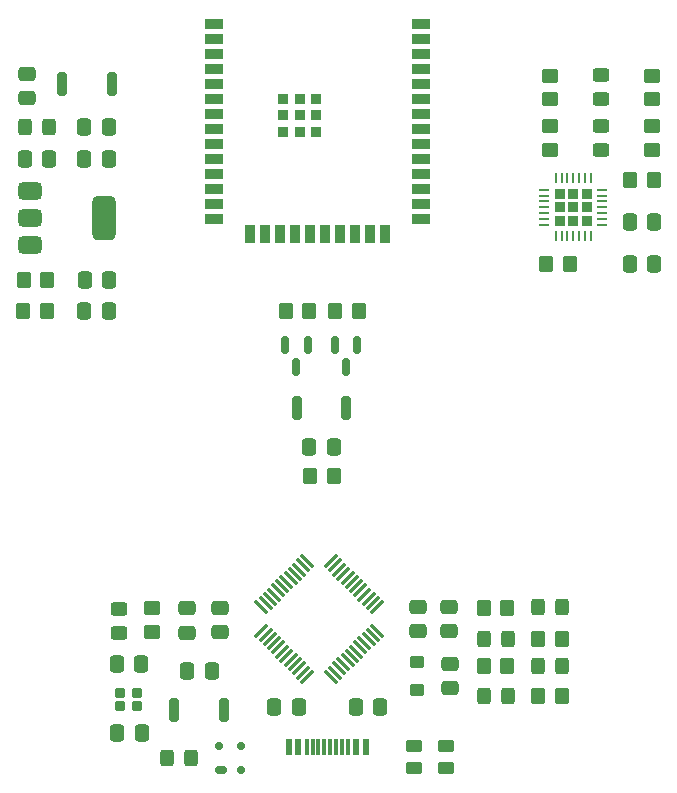
<source format=gbr>
%TF.GenerationSoftware,KiCad,Pcbnew,9.0.2*%
%TF.CreationDate,2025-08-29T22:08:23+05:30*%
%TF.ProjectId,4 SRA,34205352-412e-46b6-9963-61645f706362,rev?*%
%TF.SameCoordinates,Original*%
%TF.FileFunction,Paste,Top*%
%TF.FilePolarity,Positive*%
%FSLAX46Y46*%
G04 Gerber Fmt 4.6, Leading zero omitted, Abs format (unit mm)*
G04 Created by KiCad (PCBNEW 9.0.2) date 2025-08-29 22:08:23*
%MOMM*%
%LPD*%
G01*
G04 APERTURE LIST*
G04 Aperture macros list*
%AMRoundRect*
0 Rectangle with rounded corners*
0 $1 Rounding radius*
0 $2 $3 $4 $5 $6 $7 $8 $9 X,Y pos of 4 corners*
0 Add a 4 corners polygon primitive as box body*
4,1,4,$2,$3,$4,$5,$6,$7,$8,$9,$2,$3,0*
0 Add four circle primitives for the rounded corners*
1,1,$1+$1,$2,$3*
1,1,$1+$1,$4,$5*
1,1,$1+$1,$6,$7*
1,1,$1+$1,$8,$9*
0 Add four rect primitives between the rounded corners*
20,1,$1+$1,$2,$3,$4,$5,0*
20,1,$1+$1,$4,$5,$6,$7,0*
20,1,$1+$1,$6,$7,$8,$9,0*
20,1,$1+$1,$8,$9,$2,$3,0*%
G04 Aperture macros list end*
%ADD10RoundRect,0.250000X-0.350000X-0.450000X0.350000X-0.450000X0.350000X0.450000X-0.350000X0.450000X0*%
%ADD11RoundRect,0.250000X-0.450000X0.350000X-0.450000X-0.350000X0.450000X-0.350000X0.450000X0.350000X0*%
%ADD12RoundRect,0.250000X0.337500X0.475000X-0.337500X0.475000X-0.337500X-0.475000X0.337500X-0.475000X0*%
%ADD13RoundRect,0.250000X0.325000X0.450000X-0.325000X0.450000X-0.325000X-0.450000X0.325000X-0.450000X0*%
%ADD14RoundRect,0.250000X0.475000X-0.337500X0.475000X0.337500X-0.475000X0.337500X-0.475000X-0.337500X0*%
%ADD15RoundRect,0.250000X-0.337500X-0.475000X0.337500X-0.475000X0.337500X0.475000X-0.337500X0.475000X0*%
%ADD16RoundRect,0.200000X-0.200000X-0.800000X0.200000X-0.800000X0.200000X0.800000X-0.200000X0.800000X0*%
%ADD17RoundRect,0.250000X0.350000X0.450000X-0.350000X0.450000X-0.350000X-0.450000X0.350000X-0.450000X0*%
%ADD18RoundRect,0.250000X-0.475000X0.337500X-0.475000X-0.337500X0.475000X-0.337500X0.475000X0.337500X0*%
%ADD19RoundRect,0.250000X0.450000X-0.325000X0.450000X0.325000X-0.450000X0.325000X-0.450000X-0.325000X0*%
%ADD20RoundRect,0.250000X0.450000X-0.350000X0.450000X0.350000X-0.450000X0.350000X-0.450000X-0.350000X0*%
%ADD21RoundRect,0.225000X0.225000X-0.225000X0.225000X0.225000X-0.225000X0.225000X-0.225000X-0.225000X0*%
%ADD22RoundRect,0.062500X0.062500X-0.337500X0.062500X0.337500X-0.062500X0.337500X-0.062500X-0.337500X0*%
%ADD23RoundRect,0.062500X0.337500X-0.062500X0.337500X0.062500X-0.337500X0.062500X-0.337500X-0.062500X0*%
%ADD24RoundRect,0.150000X-0.150000X0.587500X-0.150000X-0.587500X0.150000X-0.587500X0.150000X0.587500X0*%
%ADD25RoundRect,0.250000X-0.325000X-0.450000X0.325000X-0.450000X0.325000X0.450000X-0.325000X0.450000X0*%
%ADD26RoundRect,0.250000X0.450000X-0.262500X0.450000X0.262500X-0.450000X0.262500X-0.450000X-0.262500X0*%
%ADD27RoundRect,0.175000X0.325000X-0.175000X0.325000X0.175000X-0.325000X0.175000X-0.325000X-0.175000X0*%
%ADD28RoundRect,0.150000X0.150000X-0.200000X0.150000X0.200000X-0.150000X0.200000X-0.150000X-0.200000X0*%
%ADD29R,1.500000X0.900000*%
%ADD30R,0.900000X1.500000*%
%ADD31R,0.900000X0.900000*%
%ADD32RoundRect,0.200000X0.250000X0.200000X-0.250000X0.200000X-0.250000X-0.200000X0.250000X-0.200000X0*%
%ADD33R,0.600000X1.450000*%
%ADD34R,0.300000X1.450000*%
%ADD35RoundRect,0.250000X-0.350000X0.275000X-0.350000X-0.275000X0.350000X-0.275000X0.350000X0.275000X0*%
%ADD36RoundRect,0.075000X-0.415425X-0.521491X0.521491X0.415425X0.415425X0.521491X-0.521491X-0.415425X0*%
%ADD37RoundRect,0.075000X0.415425X-0.521491X0.521491X-0.415425X-0.415425X0.521491X-0.521491X0.415425X0*%
%ADD38RoundRect,0.375000X-0.625000X-0.375000X0.625000X-0.375000X0.625000X0.375000X-0.625000X0.375000X0*%
%ADD39RoundRect,0.500000X-0.500000X-1.400000X0.500000X-1.400000X0.500000X1.400000X-0.500000X1.400000X0*%
G04 APERTURE END LIST*
D10*
%TO.C,R18*%
X164001630Y-127206000D03*
X166001630Y-127206000D03*
%TD*%
D11*
%TO.C,R12*%
X178275000Y-81475000D03*
X178275000Y-83475000D03*
%TD*%
D12*
%TO.C,C7*%
X132250000Y-84250000D03*
X130175000Y-84250000D03*
%TD*%
D13*
%TO.C,D1*%
X127175000Y-81550000D03*
X125125000Y-81550000D03*
%TD*%
D14*
%TO.C,C11*%
X138857500Y-124367500D03*
X138857500Y-122292500D03*
%TD*%
D10*
%TO.C,R6*%
X147207500Y-97130000D03*
X149207500Y-97130000D03*
%TD*%
D15*
%TO.C,C1*%
X176337500Y-93175000D03*
X178412500Y-93175000D03*
%TD*%
D16*
%TO.C,SW4*%
X137757500Y-130930000D03*
X141957500Y-130930000D03*
%TD*%
D12*
%TO.C,C10*%
X140945000Y-127630000D03*
X138870000Y-127630000D03*
%TD*%
D17*
%TO.C,R1*%
X178405000Y-86055000D03*
X176405000Y-86055000D03*
%TD*%
D18*
%TO.C,C13*%
X158407500Y-122167500D03*
X158407500Y-124242500D03*
%TD*%
D15*
%TO.C,C2*%
X176337500Y-89600000D03*
X178412500Y-89600000D03*
%TD*%
D19*
%TO.C,D6*%
X173925000Y-79200000D03*
X173925000Y-77150000D03*
%TD*%
D20*
%TO.C,R5*%
X169600000Y-83475000D03*
X169600000Y-81475000D03*
%TD*%
D14*
%TO.C,C19*%
X161100000Y-129062500D03*
X161100000Y-126987500D03*
%TD*%
%TO.C,C14*%
X141682500Y-124317500D03*
X141682500Y-122242500D03*
%TD*%
D21*
%TO.C,U1*%
X170455000Y-89470000D03*
X171575000Y-89470000D03*
X172695000Y-89470000D03*
X170455000Y-88350000D03*
X171575000Y-88350000D03*
X172695000Y-88350000D03*
X170455000Y-87230000D03*
X171575000Y-87230000D03*
X172695000Y-87230000D03*
D22*
X170075000Y-90800000D03*
X170575000Y-90800000D03*
X171075000Y-90800000D03*
X171575000Y-90800000D03*
X172075000Y-90800000D03*
X172575000Y-90800000D03*
X173075000Y-90800000D03*
D23*
X174025000Y-89850000D03*
X174025000Y-89350000D03*
X174025000Y-88850000D03*
X174025000Y-88350000D03*
X174025000Y-87850000D03*
X174025000Y-87350000D03*
X174025000Y-86850000D03*
D22*
X173075000Y-85900000D03*
X172575000Y-85900000D03*
X172075000Y-85900000D03*
X171575000Y-85900000D03*
X171075000Y-85900000D03*
X170575000Y-85900000D03*
X170075000Y-85900000D03*
D23*
X169125000Y-86850000D03*
X169125000Y-87350000D03*
X169125000Y-87850000D03*
X169125000Y-88350000D03*
X169125000Y-88850000D03*
X169125000Y-89350000D03*
X169125000Y-89850000D03*
%TD*%
D12*
%TO.C,C8*%
X132250000Y-81550000D03*
X130175000Y-81550000D03*
%TD*%
D24*
%TO.C,Q1*%
X149070000Y-99967500D03*
X147170000Y-99967500D03*
X148120000Y-101842500D03*
%TD*%
D14*
%TO.C,C6*%
X125300000Y-79117500D03*
X125300000Y-77042500D03*
%TD*%
D10*
%TO.C,R10*%
X125000000Y-97125000D03*
X127000000Y-97125000D03*
%TD*%
D25*
%TO.C,D4*%
X137175000Y-134975000D03*
X139225000Y-134975000D03*
%TD*%
D10*
%TO.C,R14*%
X168599130Y-124881000D03*
X170599130Y-124881002D03*
%TD*%
D11*
%TO.C,R4*%
X169575000Y-77197500D03*
X169575000Y-79197500D03*
%TD*%
D26*
%TO.C,R17*%
X158075000Y-135825000D03*
X158075000Y-134000000D03*
%TD*%
D25*
%TO.C,D8*%
X163999131Y-129731001D03*
X166049129Y-129730999D03*
%TD*%
D10*
%TO.C,R20*%
X168599130Y-129731001D03*
X170599130Y-129731001D03*
%TD*%
D27*
%TO.C,D13*%
X141737500Y-135950000D03*
D28*
X143437500Y-135950000D03*
X143437500Y-133950000D03*
X141537500Y-133950000D03*
%TD*%
D19*
%TO.C,D7*%
X173937500Y-83477500D03*
X173937500Y-81427500D03*
%TD*%
D17*
%TO.C,R2*%
X127050000Y-94500000D03*
X125050000Y-94500000D03*
%TD*%
D26*
%TO.C,R16*%
X160800000Y-135825000D03*
X160800000Y-134000000D03*
%TD*%
D18*
%TO.C,C16*%
X161057500Y-122180000D03*
X161057500Y-124255000D03*
%TD*%
D29*
%TO.C,U4*%
X141150000Y-72820000D03*
X141150000Y-74090000D03*
X141150000Y-75360000D03*
X141150000Y-76630000D03*
X141150000Y-77900000D03*
X141150000Y-79170000D03*
X141150000Y-80440000D03*
X141150000Y-81710000D03*
X141150000Y-82980000D03*
X141150000Y-84250000D03*
X141150000Y-85520000D03*
X141150000Y-86790000D03*
X141150000Y-88060000D03*
X141150000Y-89330000D03*
D30*
X144190000Y-90580000D03*
X145460000Y-90580000D03*
X146730000Y-90580000D03*
X148000000Y-90580000D03*
X149270000Y-90580000D03*
X150540000Y-90580000D03*
X151810000Y-90580000D03*
X153080000Y-90580000D03*
X154350000Y-90580000D03*
X155620000Y-90580000D03*
D29*
X158650000Y-89330000D03*
X158650000Y-88060000D03*
X158650000Y-86790000D03*
X158650000Y-85520000D03*
X158650000Y-84250000D03*
X158650000Y-82980000D03*
X158650000Y-81710000D03*
X158650000Y-80440000D03*
X158650000Y-79170000D03*
X158650000Y-77900000D03*
X158650000Y-76630000D03*
X158650000Y-75360000D03*
X158650000Y-74090000D03*
X158650000Y-72820000D03*
D31*
X147000000Y-79140000D03*
X147000000Y-80540000D03*
X147000000Y-81940000D03*
X148400000Y-79140000D03*
X148400000Y-80540000D03*
X148400000Y-81940000D03*
X149800000Y-79140000D03*
X149800000Y-80540000D03*
X149800000Y-81940000D03*
%TD*%
D10*
%TO.C,R19*%
X164001630Y-122306000D03*
X166001630Y-122306000D03*
%TD*%
D24*
%TO.C,Q2*%
X153270000Y-99967500D03*
X151370000Y-99967500D03*
X152320000Y-101842500D03*
%TD*%
D25*
%TO.C,D10*%
X168596630Y-127206001D03*
X170646630Y-127206001D03*
%TD*%
D16*
%TO.C,SW1*%
X128275000Y-77900000D03*
X132475000Y-77900000D03*
%TD*%
D32*
%TO.C,Y1*%
X134600000Y-129442500D03*
X133200000Y-129442500D03*
X133200000Y-130542500D03*
X134600000Y-130542500D03*
%TD*%
D15*
%TO.C,C15*%
X132962500Y-132892500D03*
X135037500Y-132892500D03*
%TD*%
D19*
%TO.C,D3*%
X133132500Y-124380000D03*
X133132500Y-122330000D03*
%TD*%
D17*
%TO.C,R13*%
X151280000Y-111130000D03*
X149280000Y-111130000D03*
%TD*%
%TO.C,R3*%
X171300000Y-93150000D03*
X169300000Y-93150000D03*
%TD*%
D33*
%TO.C,J2*%
X147500000Y-134065000D03*
X148300000Y-134065000D03*
D34*
X149500000Y-134065000D03*
X150500000Y-134065000D03*
X151000000Y-134065000D03*
X152000000Y-134065000D03*
D33*
X153200000Y-134065000D03*
X154000000Y-134065000D03*
X154000000Y-134065000D03*
X153200000Y-134065000D03*
D34*
X152500000Y-134065000D03*
X151500000Y-134065000D03*
X150000000Y-134065000D03*
X149000000Y-134065000D03*
D33*
X148300000Y-134065000D03*
X147500000Y-134065000D03*
%TD*%
D16*
%TO.C,SW2*%
X148145000Y-105330000D03*
X152345000Y-105330000D03*
%TD*%
D10*
%TO.C,R8*%
X151407500Y-97143095D03*
X153407500Y-97143095D03*
%TD*%
D35*
%TO.C,FB1*%
X158375000Y-126875000D03*
X158375000Y-129175000D03*
%TD*%
D15*
%TO.C,C3*%
X125135000Y-84250000D03*
X127210000Y-84250000D03*
%TD*%
D20*
%TO.C,R7*%
X135907500Y-124305000D03*
X135907500Y-122305000D03*
%TD*%
D12*
%TO.C,C12*%
X135000000Y-127042500D03*
X132925000Y-127042500D03*
%TD*%
%TO.C,C9*%
X151282500Y-108655000D03*
X149207500Y-108655000D03*
%TD*%
D15*
%TO.C,C4*%
X130200000Y-94500000D03*
X132275000Y-94500000D03*
%TD*%
D36*
%TO.C,U7*%
X145169624Y-124203788D03*
X145523178Y-124557342D03*
X145876731Y-124910895D03*
X146230285Y-125264449D03*
X146583838Y-125618002D03*
X146937391Y-125971555D03*
X147290945Y-126325109D03*
X147644498Y-126678662D03*
X147998051Y-127032215D03*
X148351605Y-127385769D03*
X148705158Y-127739322D03*
X149058712Y-128092876D03*
D37*
X151056288Y-128092876D03*
X151409842Y-127739322D03*
X151763395Y-127385769D03*
X152116949Y-127032215D03*
X152470502Y-126678662D03*
X152824055Y-126325109D03*
X153177609Y-125971555D03*
X153531162Y-125618002D03*
X153884715Y-125264449D03*
X154238269Y-124910895D03*
X154591822Y-124557342D03*
X154945376Y-124203788D03*
D36*
X154945376Y-122206212D03*
X154591822Y-121852658D03*
X154238269Y-121499105D03*
X153884715Y-121145551D03*
X153531162Y-120791998D03*
X153177609Y-120438445D03*
X152824055Y-120084891D03*
X152470502Y-119731338D03*
X152116949Y-119377785D03*
X151763395Y-119024231D03*
X151409842Y-118670678D03*
X151056288Y-118317124D03*
D37*
X149058712Y-118317124D03*
X148705158Y-118670678D03*
X148351605Y-119024231D03*
X147998051Y-119377785D03*
X147644498Y-119731338D03*
X147290945Y-120084891D03*
X146937391Y-120438445D03*
X146583838Y-120791998D03*
X146230285Y-121145551D03*
X145876731Y-121499105D03*
X145523178Y-121852658D03*
X145169624Y-122206212D03*
%TD*%
D38*
%TO.C,U2*%
X125550000Y-86950000D03*
X125550000Y-89250000D03*
D39*
X131850000Y-89250000D03*
D38*
X125550000Y-91550000D03*
%TD*%
D15*
%TO.C,C18*%
X153162500Y-130625000D03*
X155237500Y-130625000D03*
%TD*%
D11*
%TO.C,R11*%
X178275000Y-77197500D03*
X178275000Y-79197500D03*
%TD*%
D15*
%TO.C,C5*%
X130150000Y-97125000D03*
X132225000Y-97125000D03*
%TD*%
D25*
%TO.C,D9*%
X163999131Y-124881001D03*
X166049129Y-124880999D03*
%TD*%
%TO.C,D11*%
X168596629Y-122206001D03*
X170646631Y-122206001D03*
%TD*%
D12*
%TO.C,C17*%
X148312500Y-130625000D03*
X146237500Y-130625000D03*
%TD*%
M02*

</source>
